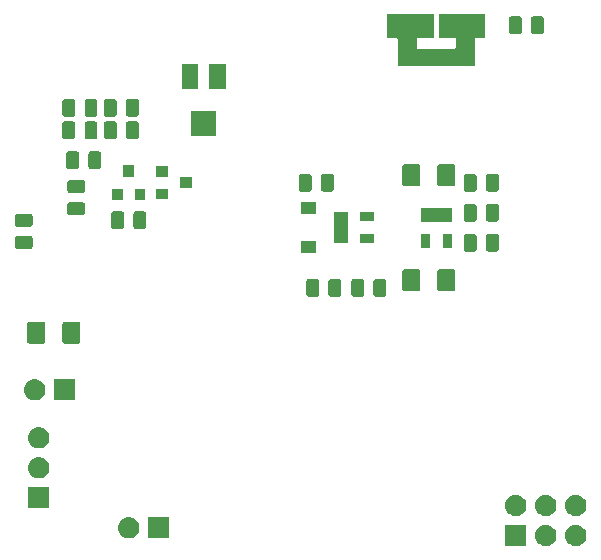
<source format=gts>
G04 #@! TF.GenerationSoftware,KiCad,Pcbnew,5.0.2-bee76a0~70~ubuntu18.04.1*
G04 #@! TF.CreationDate,2018-12-13T21:58:58+02:00*
G04 #@! TF.ProjectId,component_tester_adapter,636f6d70-6f6e-4656-9e74-5f7465737465,rev?*
G04 #@! TF.SameCoordinates,Original*
G04 #@! TF.FileFunction,Soldermask,Top*
G04 #@! TF.FilePolarity,Negative*
%FSLAX46Y46*%
G04 Gerber Fmt 4.6, Leading zero omitted, Abs format (unit mm)*
G04 Created by KiCad (PCBNEW 5.0.2-bee76a0~70~ubuntu18.04.1) date Thu 13 Dec 2018 09:58:58 PM EET*
%MOMM*%
%LPD*%
G01*
G04 APERTURE LIST*
%ADD10C,0.100000*%
G04 APERTURE END LIST*
D10*
G36*
X176536000Y-87281000D02*
X174734000Y-87281000D01*
X174734000Y-85479000D01*
X176536000Y-85479000D01*
X176536000Y-87281000D01*
X176536000Y-87281000D01*
G37*
G36*
X178285443Y-85485519D02*
X178351627Y-85492037D01*
X178464853Y-85526384D01*
X178521467Y-85543557D01*
X178660087Y-85617652D01*
X178677991Y-85627222D01*
X178713729Y-85656552D01*
X178815186Y-85739814D01*
X178898448Y-85841271D01*
X178927778Y-85877009D01*
X178927779Y-85877011D01*
X179011443Y-86033533D01*
X179011443Y-86033534D01*
X179062963Y-86203373D01*
X179080359Y-86380000D01*
X179062963Y-86556627D01*
X179041919Y-86626000D01*
X179011443Y-86726467D01*
X178937348Y-86865087D01*
X178927778Y-86882991D01*
X178898448Y-86918729D01*
X178815186Y-87020186D01*
X178713729Y-87103448D01*
X178677991Y-87132778D01*
X178677989Y-87132779D01*
X178521467Y-87216443D01*
X178464853Y-87233616D01*
X178351627Y-87267963D01*
X178285442Y-87274482D01*
X178219260Y-87281000D01*
X178130740Y-87281000D01*
X178064558Y-87274482D01*
X177998373Y-87267963D01*
X177885147Y-87233616D01*
X177828533Y-87216443D01*
X177672011Y-87132779D01*
X177672009Y-87132778D01*
X177636271Y-87103448D01*
X177534814Y-87020186D01*
X177451552Y-86918729D01*
X177422222Y-86882991D01*
X177412652Y-86865087D01*
X177338557Y-86726467D01*
X177308081Y-86626000D01*
X177287037Y-86556627D01*
X177269641Y-86380000D01*
X177287037Y-86203373D01*
X177338557Y-86033534D01*
X177338557Y-86033533D01*
X177422221Y-85877011D01*
X177422222Y-85877009D01*
X177451552Y-85841271D01*
X177534814Y-85739814D01*
X177636271Y-85656552D01*
X177672009Y-85627222D01*
X177689913Y-85617652D01*
X177828533Y-85543557D01*
X177885147Y-85526384D01*
X177998373Y-85492037D01*
X178064557Y-85485519D01*
X178130740Y-85479000D01*
X178219260Y-85479000D01*
X178285443Y-85485519D01*
X178285443Y-85485519D01*
G37*
G36*
X180825443Y-85485519D02*
X180891627Y-85492037D01*
X181004853Y-85526384D01*
X181061467Y-85543557D01*
X181200087Y-85617652D01*
X181217991Y-85627222D01*
X181253729Y-85656552D01*
X181355186Y-85739814D01*
X181438448Y-85841271D01*
X181467778Y-85877009D01*
X181467779Y-85877011D01*
X181551443Y-86033533D01*
X181551443Y-86033534D01*
X181602963Y-86203373D01*
X181620359Y-86380000D01*
X181602963Y-86556627D01*
X181581919Y-86626000D01*
X181551443Y-86726467D01*
X181477348Y-86865087D01*
X181467778Y-86882991D01*
X181438448Y-86918729D01*
X181355186Y-87020186D01*
X181253729Y-87103448D01*
X181217991Y-87132778D01*
X181217989Y-87132779D01*
X181061467Y-87216443D01*
X181004853Y-87233616D01*
X180891627Y-87267963D01*
X180825442Y-87274482D01*
X180759260Y-87281000D01*
X180670740Y-87281000D01*
X180604558Y-87274482D01*
X180538373Y-87267963D01*
X180425147Y-87233616D01*
X180368533Y-87216443D01*
X180212011Y-87132779D01*
X180212009Y-87132778D01*
X180176271Y-87103448D01*
X180074814Y-87020186D01*
X179991552Y-86918729D01*
X179962222Y-86882991D01*
X179952652Y-86865087D01*
X179878557Y-86726467D01*
X179848081Y-86626000D01*
X179827037Y-86556627D01*
X179809641Y-86380000D01*
X179827037Y-86203373D01*
X179878557Y-86033534D01*
X179878557Y-86033533D01*
X179962221Y-85877011D01*
X179962222Y-85877009D01*
X179991552Y-85841271D01*
X180074814Y-85739814D01*
X180176271Y-85656552D01*
X180212009Y-85627222D01*
X180229913Y-85617652D01*
X180368533Y-85543557D01*
X180425147Y-85526384D01*
X180538373Y-85492037D01*
X180604557Y-85485519D01*
X180670740Y-85479000D01*
X180759260Y-85479000D01*
X180825443Y-85485519D01*
X180825443Y-85485519D01*
G37*
G36*
X142985443Y-84830519D02*
X143051627Y-84837037D01*
X143164853Y-84871384D01*
X143221467Y-84888557D01*
X143360087Y-84962652D01*
X143377991Y-84972222D01*
X143413729Y-85001552D01*
X143515186Y-85084814D01*
X143598448Y-85186271D01*
X143627778Y-85222009D01*
X143627779Y-85222011D01*
X143711443Y-85378533D01*
X143711443Y-85378534D01*
X143762963Y-85548373D01*
X143780359Y-85725000D01*
X143762963Y-85901627D01*
X143728616Y-86014853D01*
X143711443Y-86071467D01*
X143640937Y-86203373D01*
X143627778Y-86227991D01*
X143598448Y-86263729D01*
X143515186Y-86365186D01*
X143413729Y-86448448D01*
X143377991Y-86477778D01*
X143377989Y-86477779D01*
X143221467Y-86561443D01*
X143164853Y-86578616D01*
X143051627Y-86612963D01*
X142985442Y-86619482D01*
X142919260Y-86626000D01*
X142830740Y-86626000D01*
X142764558Y-86619482D01*
X142698373Y-86612963D01*
X142585147Y-86578616D01*
X142528533Y-86561443D01*
X142372011Y-86477779D01*
X142372009Y-86477778D01*
X142336271Y-86448448D01*
X142234814Y-86365186D01*
X142151552Y-86263729D01*
X142122222Y-86227991D01*
X142109063Y-86203373D01*
X142038557Y-86071467D01*
X142021384Y-86014853D01*
X141987037Y-85901627D01*
X141969641Y-85725000D01*
X141987037Y-85548373D01*
X142038557Y-85378534D01*
X142038557Y-85378533D01*
X142122221Y-85222011D01*
X142122222Y-85222009D01*
X142151552Y-85186271D01*
X142234814Y-85084814D01*
X142336271Y-85001552D01*
X142372009Y-84972222D01*
X142389913Y-84962652D01*
X142528533Y-84888557D01*
X142585147Y-84871384D01*
X142698373Y-84837037D01*
X142764557Y-84830519D01*
X142830740Y-84824000D01*
X142919260Y-84824000D01*
X142985443Y-84830519D01*
X142985443Y-84830519D01*
G37*
G36*
X146316000Y-86626000D02*
X144514000Y-86626000D01*
X144514000Y-84824000D01*
X146316000Y-84824000D01*
X146316000Y-86626000D01*
X146316000Y-86626000D01*
G37*
G36*
X180825442Y-82945518D02*
X180891627Y-82952037D01*
X181004853Y-82986384D01*
X181061467Y-83003557D01*
X181200087Y-83077652D01*
X181217991Y-83087222D01*
X181253729Y-83116552D01*
X181355186Y-83199814D01*
X181438448Y-83301271D01*
X181467778Y-83337009D01*
X181467779Y-83337011D01*
X181551443Y-83493533D01*
X181551443Y-83493534D01*
X181602963Y-83663373D01*
X181620359Y-83840000D01*
X181602963Y-84016627D01*
X181581919Y-84086000D01*
X181551443Y-84186467D01*
X181477348Y-84325087D01*
X181467778Y-84342991D01*
X181438448Y-84378729D01*
X181355186Y-84480186D01*
X181253729Y-84563448D01*
X181217991Y-84592778D01*
X181217989Y-84592779D01*
X181061467Y-84676443D01*
X181004853Y-84693616D01*
X180891627Y-84727963D01*
X180825443Y-84734481D01*
X180759260Y-84741000D01*
X180670740Y-84741000D01*
X180604557Y-84734481D01*
X180538373Y-84727963D01*
X180425147Y-84693616D01*
X180368533Y-84676443D01*
X180212011Y-84592779D01*
X180212009Y-84592778D01*
X180176271Y-84563448D01*
X180074814Y-84480186D01*
X179991552Y-84378729D01*
X179962222Y-84342991D01*
X179952652Y-84325087D01*
X179878557Y-84186467D01*
X179848081Y-84086000D01*
X179827037Y-84016627D01*
X179809641Y-83840000D01*
X179827037Y-83663373D01*
X179878557Y-83493534D01*
X179878557Y-83493533D01*
X179962221Y-83337011D01*
X179962222Y-83337009D01*
X179991552Y-83301271D01*
X180074814Y-83199814D01*
X180176271Y-83116552D01*
X180212009Y-83087222D01*
X180229913Y-83077652D01*
X180368533Y-83003557D01*
X180425147Y-82986384D01*
X180538373Y-82952037D01*
X180604558Y-82945518D01*
X180670740Y-82939000D01*
X180759260Y-82939000D01*
X180825442Y-82945518D01*
X180825442Y-82945518D01*
G37*
G36*
X178285442Y-82945518D02*
X178351627Y-82952037D01*
X178464853Y-82986384D01*
X178521467Y-83003557D01*
X178660087Y-83077652D01*
X178677991Y-83087222D01*
X178713729Y-83116552D01*
X178815186Y-83199814D01*
X178898448Y-83301271D01*
X178927778Y-83337009D01*
X178927779Y-83337011D01*
X179011443Y-83493533D01*
X179011443Y-83493534D01*
X179062963Y-83663373D01*
X179080359Y-83840000D01*
X179062963Y-84016627D01*
X179041919Y-84086000D01*
X179011443Y-84186467D01*
X178937348Y-84325087D01*
X178927778Y-84342991D01*
X178898448Y-84378729D01*
X178815186Y-84480186D01*
X178713729Y-84563448D01*
X178677991Y-84592778D01*
X178677989Y-84592779D01*
X178521467Y-84676443D01*
X178464853Y-84693616D01*
X178351627Y-84727963D01*
X178285443Y-84734481D01*
X178219260Y-84741000D01*
X178130740Y-84741000D01*
X178064557Y-84734481D01*
X177998373Y-84727963D01*
X177885147Y-84693616D01*
X177828533Y-84676443D01*
X177672011Y-84592779D01*
X177672009Y-84592778D01*
X177636271Y-84563448D01*
X177534814Y-84480186D01*
X177451552Y-84378729D01*
X177422222Y-84342991D01*
X177412652Y-84325087D01*
X177338557Y-84186467D01*
X177308081Y-84086000D01*
X177287037Y-84016627D01*
X177269641Y-83840000D01*
X177287037Y-83663373D01*
X177338557Y-83493534D01*
X177338557Y-83493533D01*
X177422221Y-83337011D01*
X177422222Y-83337009D01*
X177451552Y-83301271D01*
X177534814Y-83199814D01*
X177636271Y-83116552D01*
X177672009Y-83087222D01*
X177689913Y-83077652D01*
X177828533Y-83003557D01*
X177885147Y-82986384D01*
X177998373Y-82952037D01*
X178064558Y-82945518D01*
X178130740Y-82939000D01*
X178219260Y-82939000D01*
X178285442Y-82945518D01*
X178285442Y-82945518D01*
G37*
G36*
X175745442Y-82945518D02*
X175811627Y-82952037D01*
X175924853Y-82986384D01*
X175981467Y-83003557D01*
X176120087Y-83077652D01*
X176137991Y-83087222D01*
X176173729Y-83116552D01*
X176275186Y-83199814D01*
X176358448Y-83301271D01*
X176387778Y-83337009D01*
X176387779Y-83337011D01*
X176471443Y-83493533D01*
X176471443Y-83493534D01*
X176522963Y-83663373D01*
X176540359Y-83840000D01*
X176522963Y-84016627D01*
X176501919Y-84086000D01*
X176471443Y-84186467D01*
X176397348Y-84325087D01*
X176387778Y-84342991D01*
X176358448Y-84378729D01*
X176275186Y-84480186D01*
X176173729Y-84563448D01*
X176137991Y-84592778D01*
X176137989Y-84592779D01*
X175981467Y-84676443D01*
X175924853Y-84693616D01*
X175811627Y-84727963D01*
X175745443Y-84734481D01*
X175679260Y-84741000D01*
X175590740Y-84741000D01*
X175524557Y-84734481D01*
X175458373Y-84727963D01*
X175345147Y-84693616D01*
X175288533Y-84676443D01*
X175132011Y-84592779D01*
X175132009Y-84592778D01*
X175096271Y-84563448D01*
X174994814Y-84480186D01*
X174911552Y-84378729D01*
X174882222Y-84342991D01*
X174872652Y-84325087D01*
X174798557Y-84186467D01*
X174768081Y-84086000D01*
X174747037Y-84016627D01*
X174729641Y-83840000D01*
X174747037Y-83663373D01*
X174798557Y-83493534D01*
X174798557Y-83493533D01*
X174882221Y-83337011D01*
X174882222Y-83337009D01*
X174911552Y-83301271D01*
X174994814Y-83199814D01*
X175096271Y-83116552D01*
X175132009Y-83087222D01*
X175149913Y-83077652D01*
X175288533Y-83003557D01*
X175345147Y-82986384D01*
X175458373Y-82952037D01*
X175524558Y-82945518D01*
X175590740Y-82939000D01*
X175679260Y-82939000D01*
X175745442Y-82945518D01*
X175745442Y-82945518D01*
G37*
G36*
X136156000Y-84086000D02*
X134354000Y-84086000D01*
X134354000Y-82284000D01*
X136156000Y-82284000D01*
X136156000Y-84086000D01*
X136156000Y-84086000D01*
G37*
G36*
X135365442Y-79750518D02*
X135431627Y-79757037D01*
X135544853Y-79791384D01*
X135601467Y-79808557D01*
X135740087Y-79882652D01*
X135757991Y-79892222D01*
X135793729Y-79921552D01*
X135895186Y-80004814D01*
X135978448Y-80106271D01*
X136007778Y-80142009D01*
X136007779Y-80142011D01*
X136091443Y-80298533D01*
X136091443Y-80298534D01*
X136142963Y-80468373D01*
X136160359Y-80645000D01*
X136142963Y-80821627D01*
X136108616Y-80934853D01*
X136091443Y-80991467D01*
X136017348Y-81130087D01*
X136007778Y-81147991D01*
X135978448Y-81183729D01*
X135895186Y-81285186D01*
X135793729Y-81368448D01*
X135757991Y-81397778D01*
X135757989Y-81397779D01*
X135601467Y-81481443D01*
X135544853Y-81498616D01*
X135431627Y-81532963D01*
X135365442Y-81539482D01*
X135299260Y-81546000D01*
X135210740Y-81546000D01*
X135144558Y-81539482D01*
X135078373Y-81532963D01*
X134965147Y-81498616D01*
X134908533Y-81481443D01*
X134752011Y-81397779D01*
X134752009Y-81397778D01*
X134716271Y-81368448D01*
X134614814Y-81285186D01*
X134531552Y-81183729D01*
X134502222Y-81147991D01*
X134492652Y-81130087D01*
X134418557Y-80991467D01*
X134401384Y-80934853D01*
X134367037Y-80821627D01*
X134349641Y-80645000D01*
X134367037Y-80468373D01*
X134418557Y-80298534D01*
X134418557Y-80298533D01*
X134502221Y-80142011D01*
X134502222Y-80142009D01*
X134531552Y-80106271D01*
X134614814Y-80004814D01*
X134716271Y-79921552D01*
X134752009Y-79892222D01*
X134769913Y-79882652D01*
X134908533Y-79808557D01*
X134965147Y-79791384D01*
X135078373Y-79757037D01*
X135144558Y-79750518D01*
X135210740Y-79744000D01*
X135299260Y-79744000D01*
X135365442Y-79750518D01*
X135365442Y-79750518D01*
G37*
G36*
X135365443Y-77210519D02*
X135431627Y-77217037D01*
X135544853Y-77251384D01*
X135601467Y-77268557D01*
X135740087Y-77342652D01*
X135757991Y-77352222D01*
X135793729Y-77381552D01*
X135895186Y-77464814D01*
X135978448Y-77566271D01*
X136007778Y-77602009D01*
X136007779Y-77602011D01*
X136091443Y-77758533D01*
X136091443Y-77758534D01*
X136142963Y-77928373D01*
X136160359Y-78105000D01*
X136142963Y-78281627D01*
X136108616Y-78394853D01*
X136091443Y-78451467D01*
X136017348Y-78590087D01*
X136007778Y-78607991D01*
X135978448Y-78643729D01*
X135895186Y-78745186D01*
X135793729Y-78828448D01*
X135757991Y-78857778D01*
X135757989Y-78857779D01*
X135601467Y-78941443D01*
X135544853Y-78958616D01*
X135431627Y-78992963D01*
X135365443Y-78999481D01*
X135299260Y-79006000D01*
X135210740Y-79006000D01*
X135144557Y-78999481D01*
X135078373Y-78992963D01*
X134965147Y-78958616D01*
X134908533Y-78941443D01*
X134752011Y-78857779D01*
X134752009Y-78857778D01*
X134716271Y-78828448D01*
X134614814Y-78745186D01*
X134531552Y-78643729D01*
X134502222Y-78607991D01*
X134492652Y-78590087D01*
X134418557Y-78451467D01*
X134401384Y-78394853D01*
X134367037Y-78281627D01*
X134349641Y-78105000D01*
X134367037Y-77928373D01*
X134418557Y-77758534D01*
X134418557Y-77758533D01*
X134502221Y-77602011D01*
X134502222Y-77602009D01*
X134531552Y-77566271D01*
X134614814Y-77464814D01*
X134716271Y-77381552D01*
X134752009Y-77352222D01*
X134769913Y-77342652D01*
X134908533Y-77268557D01*
X134965147Y-77251384D01*
X135078373Y-77217037D01*
X135144557Y-77210519D01*
X135210740Y-77204000D01*
X135299260Y-77204000D01*
X135365443Y-77210519D01*
X135365443Y-77210519D01*
G37*
G36*
X138356000Y-74941000D02*
X136554000Y-74941000D01*
X136554000Y-73139000D01*
X138356000Y-73139000D01*
X138356000Y-74941000D01*
X138356000Y-74941000D01*
G37*
G36*
X135025442Y-73145518D02*
X135091627Y-73152037D01*
X135204853Y-73186384D01*
X135261467Y-73203557D01*
X135400087Y-73277652D01*
X135417991Y-73287222D01*
X135453729Y-73316552D01*
X135555186Y-73399814D01*
X135638448Y-73501271D01*
X135667778Y-73537009D01*
X135667779Y-73537011D01*
X135751443Y-73693533D01*
X135751443Y-73693534D01*
X135802963Y-73863373D01*
X135820359Y-74040000D01*
X135802963Y-74216627D01*
X135768616Y-74329853D01*
X135751443Y-74386467D01*
X135677348Y-74525087D01*
X135667778Y-74542991D01*
X135638448Y-74578729D01*
X135555186Y-74680186D01*
X135453729Y-74763448D01*
X135417991Y-74792778D01*
X135417989Y-74792779D01*
X135261467Y-74876443D01*
X135204853Y-74893616D01*
X135091627Y-74927963D01*
X135025443Y-74934481D01*
X134959260Y-74941000D01*
X134870740Y-74941000D01*
X134804557Y-74934481D01*
X134738373Y-74927963D01*
X134625147Y-74893616D01*
X134568533Y-74876443D01*
X134412011Y-74792779D01*
X134412009Y-74792778D01*
X134376271Y-74763448D01*
X134274814Y-74680186D01*
X134191552Y-74578729D01*
X134162222Y-74542991D01*
X134152652Y-74525087D01*
X134078557Y-74386467D01*
X134061384Y-74329853D01*
X134027037Y-74216627D01*
X134009641Y-74040000D01*
X134027037Y-73863373D01*
X134078557Y-73693534D01*
X134078557Y-73693533D01*
X134162221Y-73537011D01*
X134162222Y-73537009D01*
X134191552Y-73501271D01*
X134274814Y-73399814D01*
X134376271Y-73316552D01*
X134412009Y-73287222D01*
X134429913Y-73277652D01*
X134568533Y-73203557D01*
X134625147Y-73186384D01*
X134738373Y-73152037D01*
X134804558Y-73145518D01*
X134870740Y-73139000D01*
X134959260Y-73139000D01*
X135025442Y-73145518D01*
X135025442Y-73145518D01*
G37*
G36*
X138625562Y-68293181D02*
X138660477Y-68303773D01*
X138692665Y-68320978D01*
X138720873Y-68344127D01*
X138744022Y-68372335D01*
X138761227Y-68404523D01*
X138771819Y-68439438D01*
X138776000Y-68481895D01*
X138776000Y-69948105D01*
X138771819Y-69990562D01*
X138761227Y-70025477D01*
X138744022Y-70057665D01*
X138720873Y-70085873D01*
X138692665Y-70109022D01*
X138660477Y-70126227D01*
X138625562Y-70136819D01*
X138583105Y-70141000D01*
X137441895Y-70141000D01*
X137399438Y-70136819D01*
X137364523Y-70126227D01*
X137332335Y-70109022D01*
X137304127Y-70085873D01*
X137280978Y-70057665D01*
X137263773Y-70025477D01*
X137253181Y-69990562D01*
X137249000Y-69948105D01*
X137249000Y-68481895D01*
X137253181Y-68439438D01*
X137263773Y-68404523D01*
X137280978Y-68372335D01*
X137304127Y-68344127D01*
X137332335Y-68320978D01*
X137364523Y-68303773D01*
X137399438Y-68293181D01*
X137441895Y-68289000D01*
X138583105Y-68289000D01*
X138625562Y-68293181D01*
X138625562Y-68293181D01*
G37*
G36*
X135650562Y-68293181D02*
X135685477Y-68303773D01*
X135717665Y-68320978D01*
X135745873Y-68344127D01*
X135769022Y-68372335D01*
X135786227Y-68404523D01*
X135796819Y-68439438D01*
X135801000Y-68481895D01*
X135801000Y-69948105D01*
X135796819Y-69990562D01*
X135786227Y-70025477D01*
X135769022Y-70057665D01*
X135745873Y-70085873D01*
X135717665Y-70109022D01*
X135685477Y-70126227D01*
X135650562Y-70136819D01*
X135608105Y-70141000D01*
X134466895Y-70141000D01*
X134424438Y-70136819D01*
X134389523Y-70126227D01*
X134357335Y-70109022D01*
X134329127Y-70085873D01*
X134305978Y-70057665D01*
X134288773Y-70025477D01*
X134278181Y-69990562D01*
X134274000Y-69948105D01*
X134274000Y-68481895D01*
X134278181Y-68439438D01*
X134288773Y-68404523D01*
X134305978Y-68372335D01*
X134329127Y-68344127D01*
X134357335Y-68320978D01*
X134389523Y-68303773D01*
X134424438Y-68293181D01*
X134466895Y-68289000D01*
X135608105Y-68289000D01*
X135650562Y-68293181D01*
X135650562Y-68293181D01*
G37*
G36*
X160694466Y-64658565D02*
X160733137Y-64670296D01*
X160768779Y-64689348D01*
X160800017Y-64714983D01*
X160825652Y-64746221D01*
X160844704Y-64781863D01*
X160856435Y-64820534D01*
X160861000Y-64866888D01*
X160861000Y-65943112D01*
X160856435Y-65989466D01*
X160844704Y-66028137D01*
X160825652Y-66063779D01*
X160800017Y-66095017D01*
X160768779Y-66120652D01*
X160733137Y-66139704D01*
X160694466Y-66151435D01*
X160648112Y-66156000D01*
X159996888Y-66156000D01*
X159950534Y-66151435D01*
X159911863Y-66139704D01*
X159876221Y-66120652D01*
X159844983Y-66095017D01*
X159819348Y-66063779D01*
X159800296Y-66028137D01*
X159788565Y-65989466D01*
X159784000Y-65943112D01*
X159784000Y-64866888D01*
X159788565Y-64820534D01*
X159800296Y-64781863D01*
X159819348Y-64746221D01*
X159844983Y-64714983D01*
X159876221Y-64689348D01*
X159911863Y-64670296D01*
X159950534Y-64658565D01*
X159996888Y-64654000D01*
X160648112Y-64654000D01*
X160694466Y-64658565D01*
X160694466Y-64658565D01*
G37*
G36*
X162629466Y-64658565D02*
X162668137Y-64670296D01*
X162703779Y-64689348D01*
X162735017Y-64714983D01*
X162760652Y-64746221D01*
X162779704Y-64781863D01*
X162791435Y-64820534D01*
X162796000Y-64866888D01*
X162796000Y-65943112D01*
X162791435Y-65989466D01*
X162779704Y-66028137D01*
X162760652Y-66063779D01*
X162735017Y-66095017D01*
X162703779Y-66120652D01*
X162668137Y-66139704D01*
X162629466Y-66151435D01*
X162583112Y-66156000D01*
X161931888Y-66156000D01*
X161885534Y-66151435D01*
X161846863Y-66139704D01*
X161811221Y-66120652D01*
X161779983Y-66095017D01*
X161754348Y-66063779D01*
X161735296Y-66028137D01*
X161723565Y-65989466D01*
X161719000Y-65943112D01*
X161719000Y-64866888D01*
X161723565Y-64820534D01*
X161735296Y-64781863D01*
X161754348Y-64746221D01*
X161779983Y-64714983D01*
X161811221Y-64689348D01*
X161846863Y-64670296D01*
X161885534Y-64658565D01*
X161931888Y-64654000D01*
X162583112Y-64654000D01*
X162629466Y-64658565D01*
X162629466Y-64658565D01*
G37*
G36*
X158819466Y-64658565D02*
X158858137Y-64670296D01*
X158893779Y-64689348D01*
X158925017Y-64714983D01*
X158950652Y-64746221D01*
X158969704Y-64781863D01*
X158981435Y-64820534D01*
X158986000Y-64866888D01*
X158986000Y-65943112D01*
X158981435Y-65989466D01*
X158969704Y-66028137D01*
X158950652Y-66063779D01*
X158925017Y-66095017D01*
X158893779Y-66120652D01*
X158858137Y-66139704D01*
X158819466Y-66151435D01*
X158773112Y-66156000D01*
X158121888Y-66156000D01*
X158075534Y-66151435D01*
X158036863Y-66139704D01*
X158001221Y-66120652D01*
X157969983Y-66095017D01*
X157944348Y-66063779D01*
X157925296Y-66028137D01*
X157913565Y-65989466D01*
X157909000Y-65943112D01*
X157909000Y-64866888D01*
X157913565Y-64820534D01*
X157925296Y-64781863D01*
X157944348Y-64746221D01*
X157969983Y-64714983D01*
X158001221Y-64689348D01*
X158036863Y-64670296D01*
X158075534Y-64658565D01*
X158121888Y-64654000D01*
X158773112Y-64654000D01*
X158819466Y-64658565D01*
X158819466Y-64658565D01*
G37*
G36*
X164504466Y-64658565D02*
X164543137Y-64670296D01*
X164578779Y-64689348D01*
X164610017Y-64714983D01*
X164635652Y-64746221D01*
X164654704Y-64781863D01*
X164666435Y-64820534D01*
X164671000Y-64866888D01*
X164671000Y-65943112D01*
X164666435Y-65989466D01*
X164654704Y-66028137D01*
X164635652Y-66063779D01*
X164610017Y-66095017D01*
X164578779Y-66120652D01*
X164543137Y-66139704D01*
X164504466Y-66151435D01*
X164458112Y-66156000D01*
X163806888Y-66156000D01*
X163760534Y-66151435D01*
X163721863Y-66139704D01*
X163686221Y-66120652D01*
X163654983Y-66095017D01*
X163629348Y-66063779D01*
X163610296Y-66028137D01*
X163598565Y-65989466D01*
X163594000Y-65943112D01*
X163594000Y-64866888D01*
X163598565Y-64820534D01*
X163610296Y-64781863D01*
X163629348Y-64746221D01*
X163654983Y-64714983D01*
X163686221Y-64689348D01*
X163721863Y-64670296D01*
X163760534Y-64658565D01*
X163806888Y-64654000D01*
X164458112Y-64654000D01*
X164504466Y-64658565D01*
X164504466Y-64658565D01*
G37*
G36*
X167400562Y-63848181D02*
X167435477Y-63858773D01*
X167467665Y-63875978D01*
X167495873Y-63899127D01*
X167519022Y-63927335D01*
X167536227Y-63959523D01*
X167546819Y-63994438D01*
X167551000Y-64036895D01*
X167551000Y-65503105D01*
X167546819Y-65545562D01*
X167536227Y-65580477D01*
X167519022Y-65612665D01*
X167495873Y-65640873D01*
X167467665Y-65664022D01*
X167435477Y-65681227D01*
X167400562Y-65691819D01*
X167358105Y-65696000D01*
X166216895Y-65696000D01*
X166174438Y-65691819D01*
X166139523Y-65681227D01*
X166107335Y-65664022D01*
X166079127Y-65640873D01*
X166055978Y-65612665D01*
X166038773Y-65580477D01*
X166028181Y-65545562D01*
X166024000Y-65503105D01*
X166024000Y-64036895D01*
X166028181Y-63994438D01*
X166038773Y-63959523D01*
X166055978Y-63927335D01*
X166079127Y-63899127D01*
X166107335Y-63875978D01*
X166139523Y-63858773D01*
X166174438Y-63848181D01*
X166216895Y-63844000D01*
X167358105Y-63844000D01*
X167400562Y-63848181D01*
X167400562Y-63848181D01*
G37*
G36*
X170375562Y-63848181D02*
X170410477Y-63858773D01*
X170442665Y-63875978D01*
X170470873Y-63899127D01*
X170494022Y-63927335D01*
X170511227Y-63959523D01*
X170521819Y-63994438D01*
X170526000Y-64036895D01*
X170526000Y-65503105D01*
X170521819Y-65545562D01*
X170511227Y-65580477D01*
X170494022Y-65612665D01*
X170470873Y-65640873D01*
X170442665Y-65664022D01*
X170410477Y-65681227D01*
X170375562Y-65691819D01*
X170333105Y-65696000D01*
X169191895Y-65696000D01*
X169149438Y-65691819D01*
X169114523Y-65681227D01*
X169082335Y-65664022D01*
X169054127Y-65640873D01*
X169030978Y-65612665D01*
X169013773Y-65580477D01*
X169003181Y-65545562D01*
X168999000Y-65503105D01*
X168999000Y-64036895D01*
X169003181Y-63994438D01*
X169013773Y-63959523D01*
X169030978Y-63927335D01*
X169054127Y-63899127D01*
X169082335Y-63875978D01*
X169114523Y-63858773D01*
X169149438Y-63848181D01*
X169191895Y-63844000D01*
X170333105Y-63844000D01*
X170375562Y-63848181D01*
X170375562Y-63848181D01*
G37*
G36*
X158766000Y-62476000D02*
X157464000Y-62476000D01*
X157464000Y-61474000D01*
X158766000Y-61474000D01*
X158766000Y-62476000D01*
X158766000Y-62476000D01*
G37*
G36*
X174029466Y-60848565D02*
X174068137Y-60860296D01*
X174103779Y-60879348D01*
X174135017Y-60904983D01*
X174160652Y-60936221D01*
X174179704Y-60971863D01*
X174191435Y-61010534D01*
X174196000Y-61056888D01*
X174196000Y-62133112D01*
X174191435Y-62179466D01*
X174179704Y-62218137D01*
X174160652Y-62253779D01*
X174135017Y-62285017D01*
X174103779Y-62310652D01*
X174068137Y-62329704D01*
X174029466Y-62341435D01*
X173983112Y-62346000D01*
X173331888Y-62346000D01*
X173285534Y-62341435D01*
X173246863Y-62329704D01*
X173211221Y-62310652D01*
X173179983Y-62285017D01*
X173154348Y-62253779D01*
X173135296Y-62218137D01*
X173123565Y-62179466D01*
X173119000Y-62133112D01*
X173119000Y-61056888D01*
X173123565Y-61010534D01*
X173135296Y-60971863D01*
X173154348Y-60936221D01*
X173179983Y-60904983D01*
X173211221Y-60879348D01*
X173246863Y-60860296D01*
X173285534Y-60848565D01*
X173331888Y-60844000D01*
X173983112Y-60844000D01*
X174029466Y-60848565D01*
X174029466Y-60848565D01*
G37*
G36*
X172154466Y-60848565D02*
X172193137Y-60860296D01*
X172228779Y-60879348D01*
X172260017Y-60904983D01*
X172285652Y-60936221D01*
X172304704Y-60971863D01*
X172316435Y-61010534D01*
X172321000Y-61056888D01*
X172321000Y-62133112D01*
X172316435Y-62179466D01*
X172304704Y-62218137D01*
X172285652Y-62253779D01*
X172260017Y-62285017D01*
X172228779Y-62310652D01*
X172193137Y-62329704D01*
X172154466Y-62341435D01*
X172108112Y-62346000D01*
X171456888Y-62346000D01*
X171410534Y-62341435D01*
X171371863Y-62329704D01*
X171336221Y-62310652D01*
X171304983Y-62285017D01*
X171279348Y-62253779D01*
X171260296Y-62218137D01*
X171248565Y-62179466D01*
X171244000Y-62133112D01*
X171244000Y-61056888D01*
X171248565Y-61010534D01*
X171260296Y-60971863D01*
X171279348Y-60936221D01*
X171304983Y-60904983D01*
X171336221Y-60879348D01*
X171371863Y-60860296D01*
X171410534Y-60848565D01*
X171456888Y-60844000D01*
X172108112Y-60844000D01*
X172154466Y-60848565D01*
X172154466Y-60848565D01*
G37*
G36*
X134569466Y-61031065D02*
X134608137Y-61042796D01*
X134643779Y-61061848D01*
X134675017Y-61087483D01*
X134700652Y-61118721D01*
X134719704Y-61154363D01*
X134731435Y-61193034D01*
X134736000Y-61239388D01*
X134736000Y-61890612D01*
X134731435Y-61936966D01*
X134719704Y-61975637D01*
X134700652Y-62011279D01*
X134675017Y-62042517D01*
X134643779Y-62068152D01*
X134608137Y-62087204D01*
X134569466Y-62098935D01*
X134523112Y-62103500D01*
X133446888Y-62103500D01*
X133400534Y-62098935D01*
X133361863Y-62087204D01*
X133326221Y-62068152D01*
X133294983Y-62042517D01*
X133269348Y-62011279D01*
X133250296Y-61975637D01*
X133238565Y-61936966D01*
X133234000Y-61890612D01*
X133234000Y-61239388D01*
X133238565Y-61193034D01*
X133250296Y-61154363D01*
X133269348Y-61118721D01*
X133294983Y-61087483D01*
X133326221Y-61061848D01*
X133361863Y-61042796D01*
X133400534Y-61031065D01*
X133446888Y-61026500D01*
X134523112Y-61026500D01*
X134569466Y-61031065D01*
X134569466Y-61031065D01*
G37*
G36*
X168336000Y-62006000D02*
X167584000Y-62006000D01*
X167584000Y-60844000D01*
X168336000Y-60844000D01*
X168336000Y-62006000D01*
X168336000Y-62006000D01*
G37*
G36*
X170236000Y-62006000D02*
X169484000Y-62006000D01*
X169484000Y-60844000D01*
X170236000Y-60844000D01*
X170236000Y-62006000D01*
X170236000Y-62006000D01*
G37*
G36*
X161406000Y-61651000D02*
X160244000Y-61651000D01*
X160244000Y-58999000D01*
X161406000Y-58999000D01*
X161406000Y-61651000D01*
X161406000Y-61651000D01*
G37*
G36*
X163606000Y-61651000D02*
X162444000Y-61651000D01*
X162444000Y-60899000D01*
X163606000Y-60899000D01*
X163606000Y-61651000D01*
X163606000Y-61651000D01*
G37*
G36*
X144184466Y-58943565D02*
X144223137Y-58955296D01*
X144258779Y-58974348D01*
X144290017Y-58999983D01*
X144315652Y-59031221D01*
X144334704Y-59066863D01*
X144346435Y-59105534D01*
X144351000Y-59151888D01*
X144351000Y-60228112D01*
X144346435Y-60274466D01*
X144334704Y-60313137D01*
X144315652Y-60348779D01*
X144290017Y-60380017D01*
X144258779Y-60405652D01*
X144223137Y-60424704D01*
X144184466Y-60436435D01*
X144138112Y-60441000D01*
X143486888Y-60441000D01*
X143440534Y-60436435D01*
X143401863Y-60424704D01*
X143366221Y-60405652D01*
X143334983Y-60380017D01*
X143309348Y-60348779D01*
X143290296Y-60313137D01*
X143278565Y-60274466D01*
X143274000Y-60228112D01*
X143274000Y-59151888D01*
X143278565Y-59105534D01*
X143290296Y-59066863D01*
X143309348Y-59031221D01*
X143334983Y-58999983D01*
X143366221Y-58974348D01*
X143401863Y-58955296D01*
X143440534Y-58943565D01*
X143486888Y-58939000D01*
X144138112Y-58939000D01*
X144184466Y-58943565D01*
X144184466Y-58943565D01*
G37*
G36*
X142309466Y-58943565D02*
X142348137Y-58955296D01*
X142383779Y-58974348D01*
X142415017Y-58999983D01*
X142440652Y-59031221D01*
X142459704Y-59066863D01*
X142471435Y-59105534D01*
X142476000Y-59151888D01*
X142476000Y-60228112D01*
X142471435Y-60274466D01*
X142459704Y-60313137D01*
X142440652Y-60348779D01*
X142415017Y-60380017D01*
X142383779Y-60405652D01*
X142348137Y-60424704D01*
X142309466Y-60436435D01*
X142263112Y-60441000D01*
X141611888Y-60441000D01*
X141565534Y-60436435D01*
X141526863Y-60424704D01*
X141491221Y-60405652D01*
X141459983Y-60380017D01*
X141434348Y-60348779D01*
X141415296Y-60313137D01*
X141403565Y-60274466D01*
X141399000Y-60228112D01*
X141399000Y-59151888D01*
X141403565Y-59105534D01*
X141415296Y-59066863D01*
X141434348Y-59031221D01*
X141459983Y-58999983D01*
X141491221Y-58974348D01*
X141526863Y-58955296D01*
X141565534Y-58943565D01*
X141611888Y-58939000D01*
X142263112Y-58939000D01*
X142309466Y-58943565D01*
X142309466Y-58943565D01*
G37*
G36*
X134569466Y-59156065D02*
X134608137Y-59167796D01*
X134643779Y-59186848D01*
X134675017Y-59212483D01*
X134700652Y-59243721D01*
X134719704Y-59279363D01*
X134731435Y-59318034D01*
X134736000Y-59364388D01*
X134736000Y-60015612D01*
X134731435Y-60061966D01*
X134719704Y-60100637D01*
X134700652Y-60136279D01*
X134675017Y-60167517D01*
X134643779Y-60193152D01*
X134608137Y-60212204D01*
X134569466Y-60223935D01*
X134523112Y-60228500D01*
X133446888Y-60228500D01*
X133400534Y-60223935D01*
X133361863Y-60212204D01*
X133326221Y-60193152D01*
X133294983Y-60167517D01*
X133269348Y-60136279D01*
X133250296Y-60100637D01*
X133238565Y-60061966D01*
X133234000Y-60015612D01*
X133234000Y-59364388D01*
X133238565Y-59318034D01*
X133250296Y-59279363D01*
X133269348Y-59243721D01*
X133294983Y-59212483D01*
X133326221Y-59186848D01*
X133361863Y-59167796D01*
X133400534Y-59156065D01*
X133446888Y-59151500D01*
X134523112Y-59151500D01*
X134569466Y-59156065D01*
X134569466Y-59156065D01*
G37*
G36*
X172154466Y-58308565D02*
X172193137Y-58320296D01*
X172228779Y-58339348D01*
X172260017Y-58364983D01*
X172285652Y-58396221D01*
X172304704Y-58431863D01*
X172316435Y-58470534D01*
X172321000Y-58516888D01*
X172321000Y-59593112D01*
X172316435Y-59639466D01*
X172304704Y-59678137D01*
X172285652Y-59713779D01*
X172260017Y-59745017D01*
X172228779Y-59770652D01*
X172193137Y-59789704D01*
X172154466Y-59801435D01*
X172108112Y-59806000D01*
X171456888Y-59806000D01*
X171410534Y-59801435D01*
X171371863Y-59789704D01*
X171336221Y-59770652D01*
X171304983Y-59745017D01*
X171279348Y-59713779D01*
X171260296Y-59678137D01*
X171248565Y-59639466D01*
X171244000Y-59593112D01*
X171244000Y-58516888D01*
X171248565Y-58470534D01*
X171260296Y-58431863D01*
X171279348Y-58396221D01*
X171304983Y-58364983D01*
X171336221Y-58339348D01*
X171371863Y-58320296D01*
X171410534Y-58308565D01*
X171456888Y-58304000D01*
X172108112Y-58304000D01*
X172154466Y-58308565D01*
X172154466Y-58308565D01*
G37*
G36*
X170236000Y-59806000D02*
X167584000Y-59806000D01*
X167584000Y-58644000D01*
X170236000Y-58644000D01*
X170236000Y-59806000D01*
X170236000Y-59806000D01*
G37*
G36*
X174029466Y-58308565D02*
X174068137Y-58320296D01*
X174103779Y-58339348D01*
X174135017Y-58364983D01*
X174160652Y-58396221D01*
X174179704Y-58431863D01*
X174191435Y-58470534D01*
X174196000Y-58516888D01*
X174196000Y-59593112D01*
X174191435Y-59639466D01*
X174179704Y-59678137D01*
X174160652Y-59713779D01*
X174135017Y-59745017D01*
X174103779Y-59770652D01*
X174068137Y-59789704D01*
X174029466Y-59801435D01*
X173983112Y-59806000D01*
X173331888Y-59806000D01*
X173285534Y-59801435D01*
X173246863Y-59789704D01*
X173211221Y-59770652D01*
X173179983Y-59745017D01*
X173154348Y-59713779D01*
X173135296Y-59678137D01*
X173123565Y-59639466D01*
X173119000Y-59593112D01*
X173119000Y-58516888D01*
X173123565Y-58470534D01*
X173135296Y-58431863D01*
X173154348Y-58396221D01*
X173179983Y-58364983D01*
X173211221Y-58339348D01*
X173246863Y-58320296D01*
X173285534Y-58308565D01*
X173331888Y-58304000D01*
X173983112Y-58304000D01*
X174029466Y-58308565D01*
X174029466Y-58308565D01*
G37*
G36*
X163606000Y-59751000D02*
X162444000Y-59751000D01*
X162444000Y-58999000D01*
X163606000Y-58999000D01*
X163606000Y-59751000D01*
X163606000Y-59751000D01*
G37*
G36*
X139014466Y-58188565D02*
X139053137Y-58200296D01*
X139088779Y-58219348D01*
X139120017Y-58244983D01*
X139145652Y-58276221D01*
X139164704Y-58311863D01*
X139176435Y-58350534D01*
X139181000Y-58396888D01*
X139181000Y-59048112D01*
X139176435Y-59094466D01*
X139164704Y-59133137D01*
X139145652Y-59168779D01*
X139120017Y-59200017D01*
X139088779Y-59225652D01*
X139053137Y-59244704D01*
X139014466Y-59256435D01*
X138968112Y-59261000D01*
X137891888Y-59261000D01*
X137845534Y-59256435D01*
X137806863Y-59244704D01*
X137771221Y-59225652D01*
X137739983Y-59200017D01*
X137714348Y-59168779D01*
X137695296Y-59133137D01*
X137683565Y-59094466D01*
X137679000Y-59048112D01*
X137679000Y-58396888D01*
X137683565Y-58350534D01*
X137695296Y-58311863D01*
X137714348Y-58276221D01*
X137739983Y-58244983D01*
X137771221Y-58219348D01*
X137806863Y-58200296D01*
X137845534Y-58188565D01*
X137891888Y-58184000D01*
X138968112Y-58184000D01*
X139014466Y-58188565D01*
X139014466Y-58188565D01*
G37*
G36*
X158766000Y-59176000D02*
X157464000Y-59176000D01*
X157464000Y-58174000D01*
X158766000Y-58174000D01*
X158766000Y-59176000D01*
X158766000Y-59176000D01*
G37*
G36*
X142376000Y-58016000D02*
X141474000Y-58016000D01*
X141474000Y-57014000D01*
X142376000Y-57014000D01*
X142376000Y-58016000D01*
X142376000Y-58016000D01*
G37*
G36*
X144276000Y-58016000D02*
X143374000Y-58016000D01*
X143374000Y-57014000D01*
X144276000Y-57014000D01*
X144276000Y-58016000D01*
X144276000Y-58016000D01*
G37*
G36*
X146186000Y-57916000D02*
X145184000Y-57916000D01*
X145184000Y-57014000D01*
X146186000Y-57014000D01*
X146186000Y-57916000D01*
X146186000Y-57916000D01*
G37*
G36*
X139014466Y-56313565D02*
X139053137Y-56325296D01*
X139088779Y-56344348D01*
X139120017Y-56369983D01*
X139145652Y-56401221D01*
X139164704Y-56436863D01*
X139176435Y-56475534D01*
X139181000Y-56521888D01*
X139181000Y-57173112D01*
X139176435Y-57219466D01*
X139164704Y-57258137D01*
X139145652Y-57293779D01*
X139120017Y-57325017D01*
X139088779Y-57350652D01*
X139053137Y-57369704D01*
X139014466Y-57381435D01*
X138968112Y-57386000D01*
X137891888Y-57386000D01*
X137845534Y-57381435D01*
X137806863Y-57369704D01*
X137771221Y-57350652D01*
X137739983Y-57325017D01*
X137714348Y-57293779D01*
X137695296Y-57258137D01*
X137683565Y-57219466D01*
X137679000Y-57173112D01*
X137679000Y-56521888D01*
X137683565Y-56475534D01*
X137695296Y-56436863D01*
X137714348Y-56401221D01*
X137739983Y-56369983D01*
X137771221Y-56344348D01*
X137806863Y-56325296D01*
X137845534Y-56313565D01*
X137891888Y-56309000D01*
X138968112Y-56309000D01*
X139014466Y-56313565D01*
X139014466Y-56313565D01*
G37*
G36*
X160059466Y-55768565D02*
X160098137Y-55780296D01*
X160133779Y-55799348D01*
X160165017Y-55824983D01*
X160190652Y-55856221D01*
X160209704Y-55891863D01*
X160221435Y-55930534D01*
X160226000Y-55976888D01*
X160226000Y-57053112D01*
X160221435Y-57099466D01*
X160209704Y-57138137D01*
X160190652Y-57173779D01*
X160165017Y-57205017D01*
X160133779Y-57230652D01*
X160098137Y-57249704D01*
X160059466Y-57261435D01*
X160013112Y-57266000D01*
X159361888Y-57266000D01*
X159315534Y-57261435D01*
X159276863Y-57249704D01*
X159241221Y-57230652D01*
X159209983Y-57205017D01*
X159184348Y-57173779D01*
X159165296Y-57138137D01*
X159153565Y-57099466D01*
X159149000Y-57053112D01*
X159149000Y-55976888D01*
X159153565Y-55930534D01*
X159165296Y-55891863D01*
X159184348Y-55856221D01*
X159209983Y-55824983D01*
X159241221Y-55799348D01*
X159276863Y-55780296D01*
X159315534Y-55768565D01*
X159361888Y-55764000D01*
X160013112Y-55764000D01*
X160059466Y-55768565D01*
X160059466Y-55768565D01*
G37*
G36*
X158184466Y-55768565D02*
X158223137Y-55780296D01*
X158258779Y-55799348D01*
X158290017Y-55824983D01*
X158315652Y-55856221D01*
X158334704Y-55891863D01*
X158346435Y-55930534D01*
X158351000Y-55976888D01*
X158351000Y-57053112D01*
X158346435Y-57099466D01*
X158334704Y-57138137D01*
X158315652Y-57173779D01*
X158290017Y-57205017D01*
X158258779Y-57230652D01*
X158223137Y-57249704D01*
X158184466Y-57261435D01*
X158138112Y-57266000D01*
X157486888Y-57266000D01*
X157440534Y-57261435D01*
X157401863Y-57249704D01*
X157366221Y-57230652D01*
X157334983Y-57205017D01*
X157309348Y-57173779D01*
X157290296Y-57138137D01*
X157278565Y-57099466D01*
X157274000Y-57053112D01*
X157274000Y-55976888D01*
X157278565Y-55930534D01*
X157290296Y-55891863D01*
X157309348Y-55856221D01*
X157334983Y-55824983D01*
X157366221Y-55799348D01*
X157401863Y-55780296D01*
X157440534Y-55768565D01*
X157486888Y-55764000D01*
X158138112Y-55764000D01*
X158184466Y-55768565D01*
X158184466Y-55768565D01*
G37*
G36*
X172154466Y-55768565D02*
X172193137Y-55780296D01*
X172228779Y-55799348D01*
X172260017Y-55824983D01*
X172285652Y-55856221D01*
X172304704Y-55891863D01*
X172316435Y-55930534D01*
X172321000Y-55976888D01*
X172321000Y-57053112D01*
X172316435Y-57099466D01*
X172304704Y-57138137D01*
X172285652Y-57173779D01*
X172260017Y-57205017D01*
X172228779Y-57230652D01*
X172193137Y-57249704D01*
X172154466Y-57261435D01*
X172108112Y-57266000D01*
X171456888Y-57266000D01*
X171410534Y-57261435D01*
X171371863Y-57249704D01*
X171336221Y-57230652D01*
X171304983Y-57205017D01*
X171279348Y-57173779D01*
X171260296Y-57138137D01*
X171248565Y-57099466D01*
X171244000Y-57053112D01*
X171244000Y-55976888D01*
X171248565Y-55930534D01*
X171260296Y-55891863D01*
X171279348Y-55856221D01*
X171304983Y-55824983D01*
X171336221Y-55799348D01*
X171371863Y-55780296D01*
X171410534Y-55768565D01*
X171456888Y-55764000D01*
X172108112Y-55764000D01*
X172154466Y-55768565D01*
X172154466Y-55768565D01*
G37*
G36*
X174029466Y-55768565D02*
X174068137Y-55780296D01*
X174103779Y-55799348D01*
X174135017Y-55824983D01*
X174160652Y-55856221D01*
X174179704Y-55891863D01*
X174191435Y-55930534D01*
X174196000Y-55976888D01*
X174196000Y-57053112D01*
X174191435Y-57099466D01*
X174179704Y-57138137D01*
X174160652Y-57173779D01*
X174135017Y-57205017D01*
X174103779Y-57230652D01*
X174068137Y-57249704D01*
X174029466Y-57261435D01*
X173983112Y-57266000D01*
X173331888Y-57266000D01*
X173285534Y-57261435D01*
X173246863Y-57249704D01*
X173211221Y-57230652D01*
X173179983Y-57205017D01*
X173154348Y-57173779D01*
X173135296Y-57138137D01*
X173123565Y-57099466D01*
X173119000Y-57053112D01*
X173119000Y-55976888D01*
X173123565Y-55930534D01*
X173135296Y-55891863D01*
X173154348Y-55856221D01*
X173179983Y-55824983D01*
X173211221Y-55799348D01*
X173246863Y-55780296D01*
X173285534Y-55768565D01*
X173331888Y-55764000D01*
X173983112Y-55764000D01*
X174029466Y-55768565D01*
X174029466Y-55768565D01*
G37*
G36*
X148186000Y-56966000D02*
X147184000Y-56966000D01*
X147184000Y-56064000D01*
X148186000Y-56064000D01*
X148186000Y-56966000D01*
X148186000Y-56966000D01*
G37*
G36*
X170375562Y-54958181D02*
X170410477Y-54968773D01*
X170442665Y-54985978D01*
X170470873Y-55009127D01*
X170494022Y-55037335D01*
X170511227Y-55069523D01*
X170521819Y-55104438D01*
X170526000Y-55146895D01*
X170526000Y-56613105D01*
X170521819Y-56655562D01*
X170511227Y-56690477D01*
X170494022Y-56722665D01*
X170470873Y-56750873D01*
X170442665Y-56774022D01*
X170410477Y-56791227D01*
X170375562Y-56801819D01*
X170333105Y-56806000D01*
X169191895Y-56806000D01*
X169149438Y-56801819D01*
X169114523Y-56791227D01*
X169082335Y-56774022D01*
X169054127Y-56750873D01*
X169030978Y-56722665D01*
X169013773Y-56690477D01*
X169003181Y-56655562D01*
X168999000Y-56613105D01*
X168999000Y-55146895D01*
X169003181Y-55104438D01*
X169013773Y-55069523D01*
X169030978Y-55037335D01*
X169054127Y-55009127D01*
X169082335Y-54985978D01*
X169114523Y-54968773D01*
X169149438Y-54958181D01*
X169191895Y-54954000D01*
X170333105Y-54954000D01*
X170375562Y-54958181D01*
X170375562Y-54958181D01*
G37*
G36*
X167400562Y-54958181D02*
X167435477Y-54968773D01*
X167467665Y-54985978D01*
X167495873Y-55009127D01*
X167519022Y-55037335D01*
X167536227Y-55069523D01*
X167546819Y-55104438D01*
X167551000Y-55146895D01*
X167551000Y-56613105D01*
X167546819Y-56655562D01*
X167536227Y-56690477D01*
X167519022Y-56722665D01*
X167495873Y-56750873D01*
X167467665Y-56774022D01*
X167435477Y-56791227D01*
X167400562Y-56801819D01*
X167358105Y-56806000D01*
X166216895Y-56806000D01*
X166174438Y-56801819D01*
X166139523Y-56791227D01*
X166107335Y-56774022D01*
X166079127Y-56750873D01*
X166055978Y-56722665D01*
X166038773Y-56690477D01*
X166028181Y-56655562D01*
X166024000Y-56613105D01*
X166024000Y-55146895D01*
X166028181Y-55104438D01*
X166038773Y-55069523D01*
X166055978Y-55037335D01*
X166079127Y-55009127D01*
X166107335Y-54985978D01*
X166139523Y-54968773D01*
X166174438Y-54958181D01*
X166216895Y-54954000D01*
X167358105Y-54954000D01*
X167400562Y-54958181D01*
X167400562Y-54958181D01*
G37*
G36*
X143326000Y-56016000D02*
X142424000Y-56016000D01*
X142424000Y-55014000D01*
X143326000Y-55014000D01*
X143326000Y-56016000D01*
X143326000Y-56016000D01*
G37*
G36*
X146186000Y-56016000D02*
X145184000Y-56016000D01*
X145184000Y-55114000D01*
X146186000Y-55114000D01*
X146186000Y-56016000D01*
X146186000Y-56016000D01*
G37*
G36*
X138499466Y-53863565D02*
X138538137Y-53875296D01*
X138573779Y-53894348D01*
X138605017Y-53919983D01*
X138630652Y-53951221D01*
X138649704Y-53986863D01*
X138661435Y-54025534D01*
X138666000Y-54071888D01*
X138666000Y-55148112D01*
X138661435Y-55194466D01*
X138649704Y-55233137D01*
X138630652Y-55268779D01*
X138605017Y-55300017D01*
X138573779Y-55325652D01*
X138538137Y-55344704D01*
X138499466Y-55356435D01*
X138453112Y-55361000D01*
X137801888Y-55361000D01*
X137755534Y-55356435D01*
X137716863Y-55344704D01*
X137681221Y-55325652D01*
X137649983Y-55300017D01*
X137624348Y-55268779D01*
X137605296Y-55233137D01*
X137593565Y-55194466D01*
X137589000Y-55148112D01*
X137589000Y-54071888D01*
X137593565Y-54025534D01*
X137605296Y-53986863D01*
X137624348Y-53951221D01*
X137649983Y-53919983D01*
X137681221Y-53894348D01*
X137716863Y-53875296D01*
X137755534Y-53863565D01*
X137801888Y-53859000D01*
X138453112Y-53859000D01*
X138499466Y-53863565D01*
X138499466Y-53863565D01*
G37*
G36*
X140374466Y-53863565D02*
X140413137Y-53875296D01*
X140448779Y-53894348D01*
X140480017Y-53919983D01*
X140505652Y-53951221D01*
X140524704Y-53986863D01*
X140536435Y-54025534D01*
X140541000Y-54071888D01*
X140541000Y-55148112D01*
X140536435Y-55194466D01*
X140524704Y-55233137D01*
X140505652Y-55268779D01*
X140480017Y-55300017D01*
X140448779Y-55325652D01*
X140413137Y-55344704D01*
X140374466Y-55356435D01*
X140328112Y-55361000D01*
X139676888Y-55361000D01*
X139630534Y-55356435D01*
X139591863Y-55344704D01*
X139556221Y-55325652D01*
X139524983Y-55300017D01*
X139499348Y-55268779D01*
X139480296Y-55233137D01*
X139468565Y-55194466D01*
X139464000Y-55148112D01*
X139464000Y-54071888D01*
X139468565Y-54025534D01*
X139480296Y-53986863D01*
X139499348Y-53951221D01*
X139524983Y-53919983D01*
X139556221Y-53894348D01*
X139591863Y-53875296D01*
X139630534Y-53863565D01*
X139676888Y-53859000D01*
X140328112Y-53859000D01*
X140374466Y-53863565D01*
X140374466Y-53863565D01*
G37*
G36*
X138166966Y-51323565D02*
X138205637Y-51335296D01*
X138241279Y-51354348D01*
X138272517Y-51379983D01*
X138298152Y-51411221D01*
X138317204Y-51446863D01*
X138328935Y-51485534D01*
X138333500Y-51531888D01*
X138333500Y-52608112D01*
X138328935Y-52654466D01*
X138317204Y-52693137D01*
X138298152Y-52728779D01*
X138272517Y-52760017D01*
X138241279Y-52785652D01*
X138205637Y-52804704D01*
X138166966Y-52816435D01*
X138120612Y-52821000D01*
X137469388Y-52821000D01*
X137423034Y-52816435D01*
X137384363Y-52804704D01*
X137348721Y-52785652D01*
X137317483Y-52760017D01*
X137291848Y-52728779D01*
X137272796Y-52693137D01*
X137261065Y-52654466D01*
X137256500Y-52608112D01*
X137256500Y-51531888D01*
X137261065Y-51485534D01*
X137272796Y-51446863D01*
X137291848Y-51411221D01*
X137317483Y-51379983D01*
X137348721Y-51354348D01*
X137384363Y-51335296D01*
X137423034Y-51323565D01*
X137469388Y-51319000D01*
X138120612Y-51319000D01*
X138166966Y-51323565D01*
X138166966Y-51323565D01*
G37*
G36*
X141674466Y-51323565D02*
X141713137Y-51335296D01*
X141748779Y-51354348D01*
X141780017Y-51379983D01*
X141805652Y-51411221D01*
X141824704Y-51446863D01*
X141836435Y-51485534D01*
X141841000Y-51531888D01*
X141841000Y-52608112D01*
X141836435Y-52654466D01*
X141824704Y-52693137D01*
X141805652Y-52728779D01*
X141780017Y-52760017D01*
X141748779Y-52785652D01*
X141713137Y-52804704D01*
X141674466Y-52816435D01*
X141628112Y-52821000D01*
X140976888Y-52821000D01*
X140930534Y-52816435D01*
X140891863Y-52804704D01*
X140856221Y-52785652D01*
X140824983Y-52760017D01*
X140799348Y-52728779D01*
X140780296Y-52693137D01*
X140768565Y-52654466D01*
X140764000Y-52608112D01*
X140764000Y-51531888D01*
X140768565Y-51485534D01*
X140780296Y-51446863D01*
X140799348Y-51411221D01*
X140824983Y-51379983D01*
X140856221Y-51354348D01*
X140891863Y-51335296D01*
X140930534Y-51323565D01*
X140976888Y-51319000D01*
X141628112Y-51319000D01*
X141674466Y-51323565D01*
X141674466Y-51323565D01*
G37*
G36*
X143549466Y-51323565D02*
X143588137Y-51335296D01*
X143623779Y-51354348D01*
X143655017Y-51379983D01*
X143680652Y-51411221D01*
X143699704Y-51446863D01*
X143711435Y-51485534D01*
X143716000Y-51531888D01*
X143716000Y-52608112D01*
X143711435Y-52654466D01*
X143699704Y-52693137D01*
X143680652Y-52728779D01*
X143655017Y-52760017D01*
X143623779Y-52785652D01*
X143588137Y-52804704D01*
X143549466Y-52816435D01*
X143503112Y-52821000D01*
X142851888Y-52821000D01*
X142805534Y-52816435D01*
X142766863Y-52804704D01*
X142731221Y-52785652D01*
X142699983Y-52760017D01*
X142674348Y-52728779D01*
X142655296Y-52693137D01*
X142643565Y-52654466D01*
X142639000Y-52608112D01*
X142639000Y-51531888D01*
X142643565Y-51485534D01*
X142655296Y-51446863D01*
X142674348Y-51411221D01*
X142699983Y-51379983D01*
X142731221Y-51354348D01*
X142766863Y-51335296D01*
X142805534Y-51323565D01*
X142851888Y-51319000D01*
X143503112Y-51319000D01*
X143549466Y-51323565D01*
X143549466Y-51323565D01*
G37*
G36*
X140041966Y-51323565D02*
X140080637Y-51335296D01*
X140116279Y-51354348D01*
X140147517Y-51379983D01*
X140173152Y-51411221D01*
X140192204Y-51446863D01*
X140203935Y-51485534D01*
X140208500Y-51531888D01*
X140208500Y-52608112D01*
X140203935Y-52654466D01*
X140192204Y-52693137D01*
X140173152Y-52728779D01*
X140147517Y-52760017D01*
X140116279Y-52785652D01*
X140080637Y-52804704D01*
X140041966Y-52816435D01*
X139995612Y-52821000D01*
X139344388Y-52821000D01*
X139298034Y-52816435D01*
X139259363Y-52804704D01*
X139223721Y-52785652D01*
X139192483Y-52760017D01*
X139166848Y-52728779D01*
X139147796Y-52693137D01*
X139136065Y-52654466D01*
X139131500Y-52608112D01*
X139131500Y-51531888D01*
X139136065Y-51485534D01*
X139147796Y-51446863D01*
X139166848Y-51411221D01*
X139192483Y-51379983D01*
X139223721Y-51354348D01*
X139259363Y-51335296D01*
X139298034Y-51323565D01*
X139344388Y-51319000D01*
X139995612Y-51319000D01*
X140041966Y-51323565D01*
X140041966Y-51323565D01*
G37*
G36*
X150276000Y-52581000D02*
X148174000Y-52581000D01*
X148174000Y-50479000D01*
X150276000Y-50479000D01*
X150276000Y-52581000D01*
X150276000Y-52581000D01*
G37*
G36*
X140041966Y-49418565D02*
X140080637Y-49430296D01*
X140116279Y-49449348D01*
X140147517Y-49474983D01*
X140173152Y-49506221D01*
X140192204Y-49541863D01*
X140203935Y-49580534D01*
X140208500Y-49626888D01*
X140208500Y-50703112D01*
X140203935Y-50749466D01*
X140192204Y-50788137D01*
X140173152Y-50823779D01*
X140147517Y-50855017D01*
X140116279Y-50880652D01*
X140080637Y-50899704D01*
X140041966Y-50911435D01*
X139995612Y-50916000D01*
X139344388Y-50916000D01*
X139298034Y-50911435D01*
X139259363Y-50899704D01*
X139223721Y-50880652D01*
X139192483Y-50855017D01*
X139166848Y-50823779D01*
X139147796Y-50788137D01*
X139136065Y-50749466D01*
X139131500Y-50703112D01*
X139131500Y-49626888D01*
X139136065Y-49580534D01*
X139147796Y-49541863D01*
X139166848Y-49506221D01*
X139192483Y-49474983D01*
X139223721Y-49449348D01*
X139259363Y-49430296D01*
X139298034Y-49418565D01*
X139344388Y-49414000D01*
X139995612Y-49414000D01*
X140041966Y-49418565D01*
X140041966Y-49418565D01*
G37*
G36*
X143549466Y-49418565D02*
X143588137Y-49430296D01*
X143623779Y-49449348D01*
X143655017Y-49474983D01*
X143680652Y-49506221D01*
X143699704Y-49541863D01*
X143711435Y-49580534D01*
X143716000Y-49626888D01*
X143716000Y-50703112D01*
X143711435Y-50749466D01*
X143699704Y-50788137D01*
X143680652Y-50823779D01*
X143655017Y-50855017D01*
X143623779Y-50880652D01*
X143588137Y-50899704D01*
X143549466Y-50911435D01*
X143503112Y-50916000D01*
X142851888Y-50916000D01*
X142805534Y-50911435D01*
X142766863Y-50899704D01*
X142731221Y-50880652D01*
X142699983Y-50855017D01*
X142674348Y-50823779D01*
X142655296Y-50788137D01*
X142643565Y-50749466D01*
X142639000Y-50703112D01*
X142639000Y-49626888D01*
X142643565Y-49580534D01*
X142655296Y-49541863D01*
X142674348Y-49506221D01*
X142699983Y-49474983D01*
X142731221Y-49449348D01*
X142766863Y-49430296D01*
X142805534Y-49418565D01*
X142851888Y-49414000D01*
X143503112Y-49414000D01*
X143549466Y-49418565D01*
X143549466Y-49418565D01*
G37*
G36*
X141674466Y-49418565D02*
X141713137Y-49430296D01*
X141748779Y-49449348D01*
X141780017Y-49474983D01*
X141805652Y-49506221D01*
X141824704Y-49541863D01*
X141836435Y-49580534D01*
X141841000Y-49626888D01*
X141841000Y-50703112D01*
X141836435Y-50749466D01*
X141824704Y-50788137D01*
X141805652Y-50823779D01*
X141780017Y-50855017D01*
X141748779Y-50880652D01*
X141713137Y-50899704D01*
X141674466Y-50911435D01*
X141628112Y-50916000D01*
X140976888Y-50916000D01*
X140930534Y-50911435D01*
X140891863Y-50899704D01*
X140856221Y-50880652D01*
X140824983Y-50855017D01*
X140799348Y-50823779D01*
X140780296Y-50788137D01*
X140768565Y-50749466D01*
X140764000Y-50703112D01*
X140764000Y-49626888D01*
X140768565Y-49580534D01*
X140780296Y-49541863D01*
X140799348Y-49506221D01*
X140824983Y-49474983D01*
X140856221Y-49449348D01*
X140891863Y-49430296D01*
X140930534Y-49418565D01*
X140976888Y-49414000D01*
X141628112Y-49414000D01*
X141674466Y-49418565D01*
X141674466Y-49418565D01*
G37*
G36*
X138166966Y-49418565D02*
X138205637Y-49430296D01*
X138241279Y-49449348D01*
X138272517Y-49474983D01*
X138298152Y-49506221D01*
X138317204Y-49541863D01*
X138328935Y-49580534D01*
X138333500Y-49626888D01*
X138333500Y-50703112D01*
X138328935Y-50749466D01*
X138317204Y-50788137D01*
X138298152Y-50823779D01*
X138272517Y-50855017D01*
X138241279Y-50880652D01*
X138205637Y-50899704D01*
X138166966Y-50911435D01*
X138120612Y-50916000D01*
X137469388Y-50916000D01*
X137423034Y-50911435D01*
X137384363Y-50899704D01*
X137348721Y-50880652D01*
X137317483Y-50855017D01*
X137291848Y-50823779D01*
X137272796Y-50788137D01*
X137261065Y-50749466D01*
X137256500Y-50703112D01*
X137256500Y-49626888D01*
X137261065Y-49580534D01*
X137272796Y-49541863D01*
X137291848Y-49506221D01*
X137317483Y-49474983D01*
X137348721Y-49449348D01*
X137384363Y-49430296D01*
X137423034Y-49418565D01*
X137469388Y-49414000D01*
X138120612Y-49414000D01*
X138166966Y-49418565D01*
X138166966Y-49418565D01*
G37*
G36*
X151076000Y-48581000D02*
X149674000Y-48581000D01*
X149674000Y-46479000D01*
X151076000Y-46479000D01*
X151076000Y-48581000D01*
X151076000Y-48581000D01*
G37*
G36*
X148776000Y-48581000D02*
X147374000Y-48581000D01*
X147374000Y-46479000D01*
X148776000Y-46479000D01*
X148776000Y-48581000D01*
X148776000Y-48581000D01*
G37*
G36*
X168708500Y-44251000D02*
X167361000Y-44251000D01*
X167336614Y-44253402D01*
X167313165Y-44260515D01*
X167291554Y-44272066D01*
X167272612Y-44287612D01*
X167257066Y-44306554D01*
X167245515Y-44328165D01*
X167238402Y-44351614D01*
X167236000Y-44376000D01*
X167236000Y-45044000D01*
X167238402Y-45068386D01*
X167245515Y-45091835D01*
X167257066Y-45113446D01*
X167272612Y-45132388D01*
X167291554Y-45147934D01*
X167313165Y-45159485D01*
X167336614Y-45166598D01*
X167361000Y-45169000D01*
X170459000Y-45169000D01*
X170483386Y-45166598D01*
X170506835Y-45159485D01*
X170528446Y-45147934D01*
X170547388Y-45132388D01*
X170562934Y-45113446D01*
X170574485Y-45091835D01*
X170581598Y-45068386D01*
X170584000Y-45044000D01*
X170584000Y-44376000D01*
X170581598Y-44351614D01*
X170574485Y-44328165D01*
X170562934Y-44306554D01*
X170547388Y-44287612D01*
X170528446Y-44272066D01*
X170506835Y-44260515D01*
X170483386Y-44253402D01*
X170459000Y-44251000D01*
X169111500Y-44251000D01*
X169111500Y-42249000D01*
X173058500Y-42249000D01*
X173058500Y-44251000D01*
X172286000Y-44251000D01*
X172261614Y-44253402D01*
X172238165Y-44260515D01*
X172216554Y-44272066D01*
X172197612Y-44287612D01*
X172182066Y-44306554D01*
X172170515Y-44328165D01*
X172163402Y-44351614D01*
X172161000Y-44376000D01*
X172161000Y-46651000D01*
X165659000Y-46651000D01*
X165659000Y-44376000D01*
X165656598Y-44351614D01*
X165649485Y-44328165D01*
X165637934Y-44306554D01*
X165622388Y-44287612D01*
X165603446Y-44272066D01*
X165581835Y-44260515D01*
X165558386Y-44253402D01*
X165534000Y-44251000D01*
X164761500Y-44251000D01*
X164761500Y-42249000D01*
X168708500Y-42249000D01*
X168708500Y-44251000D01*
X168708500Y-44251000D01*
G37*
G36*
X175964466Y-42433565D02*
X176003137Y-42445296D01*
X176038779Y-42464348D01*
X176070017Y-42489983D01*
X176095652Y-42521221D01*
X176114704Y-42556863D01*
X176126435Y-42595534D01*
X176131000Y-42641888D01*
X176131000Y-43718112D01*
X176126435Y-43764466D01*
X176114704Y-43803137D01*
X176095652Y-43838779D01*
X176070017Y-43870017D01*
X176038779Y-43895652D01*
X176003137Y-43914704D01*
X175964466Y-43926435D01*
X175918112Y-43931000D01*
X175266888Y-43931000D01*
X175220534Y-43926435D01*
X175181863Y-43914704D01*
X175146221Y-43895652D01*
X175114983Y-43870017D01*
X175089348Y-43838779D01*
X175070296Y-43803137D01*
X175058565Y-43764466D01*
X175054000Y-43718112D01*
X175054000Y-42641888D01*
X175058565Y-42595534D01*
X175070296Y-42556863D01*
X175089348Y-42521221D01*
X175114983Y-42489983D01*
X175146221Y-42464348D01*
X175181863Y-42445296D01*
X175220534Y-42433565D01*
X175266888Y-42429000D01*
X175918112Y-42429000D01*
X175964466Y-42433565D01*
X175964466Y-42433565D01*
G37*
G36*
X177839466Y-42433565D02*
X177878137Y-42445296D01*
X177913779Y-42464348D01*
X177945017Y-42489983D01*
X177970652Y-42521221D01*
X177989704Y-42556863D01*
X178001435Y-42595534D01*
X178006000Y-42641888D01*
X178006000Y-43718112D01*
X178001435Y-43764466D01*
X177989704Y-43803137D01*
X177970652Y-43838779D01*
X177945017Y-43870017D01*
X177913779Y-43895652D01*
X177878137Y-43914704D01*
X177839466Y-43926435D01*
X177793112Y-43931000D01*
X177141888Y-43931000D01*
X177095534Y-43926435D01*
X177056863Y-43914704D01*
X177021221Y-43895652D01*
X176989983Y-43870017D01*
X176964348Y-43838779D01*
X176945296Y-43803137D01*
X176933565Y-43764466D01*
X176929000Y-43718112D01*
X176929000Y-42641888D01*
X176933565Y-42595534D01*
X176945296Y-42556863D01*
X176964348Y-42521221D01*
X176989983Y-42489983D01*
X177021221Y-42464348D01*
X177056863Y-42445296D01*
X177095534Y-42433565D01*
X177141888Y-42429000D01*
X177793112Y-42429000D01*
X177839466Y-42433565D01*
X177839466Y-42433565D01*
G37*
M02*

</source>
